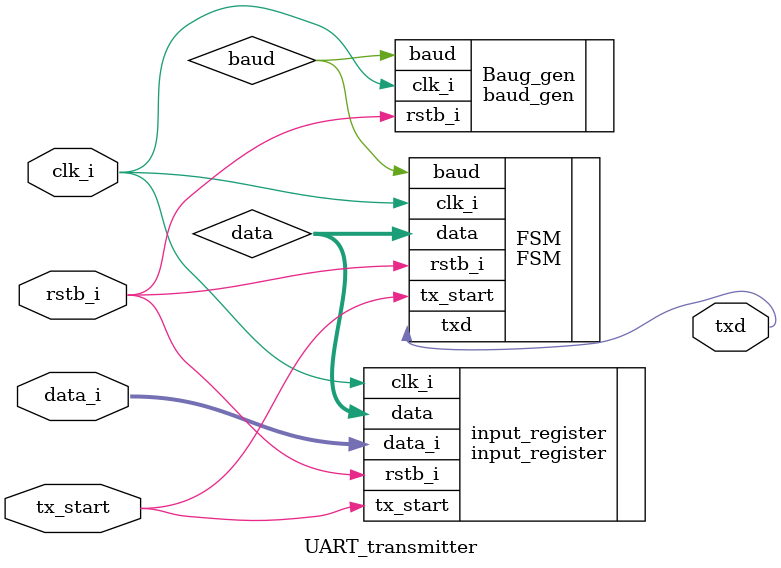
<source format=v>
`timescale 1ns / 1ps


module UART_transmitter(
        input  clk_i,
        input  rstb_i,
        input  [7:0]data_i,
        input  tx_start,
        output  txd
    );
    
    wire [7:0] data;
    wire baud;
        
    baud_gen Baug_gen(
        .clk_i             (clk_i),        
        .baud              (baud),
        .rstb_i            (rstb_i));
   
    input_register input_register (
        .clk_i             (clk_i),       
        .rstb_i            (rstb_i),
        .data              (data),
        .data_i              (data_i),
        .tx_start          (tx_start));
        
    FSM FSM(
        .clk_i             (clk_i),        
        .baud              (baud),
        .rstb_i            (rstb_i),
        .data              (data),
        .tx_start          (tx_start),
        .txd               (txd));
        
        
endmodule

</source>
